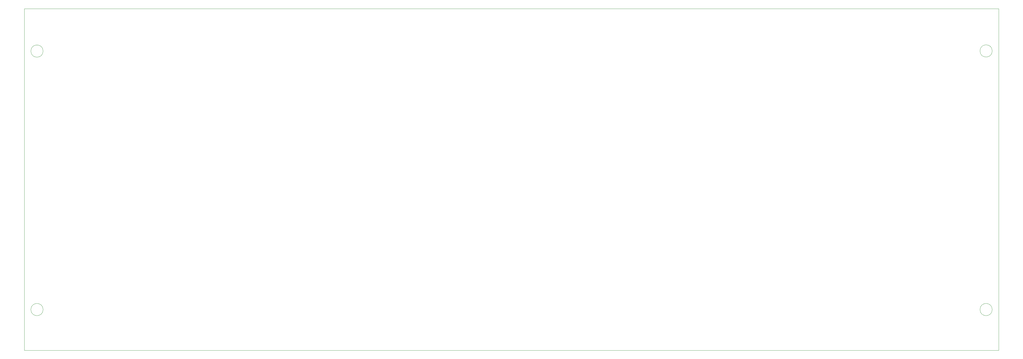
<source format=gbr>
%TF.GenerationSoftware,KiCad,Pcbnew,9.0.2*%
%TF.CreationDate,2025-07-08T20:46:09+02:00*%
%TF.ProjectId,aircond,61697263-6f6e-4642-9e6b-696361645f70,rev?*%
%TF.SameCoordinates,Original*%
%TF.FileFunction,Profile,NP*%
%FSLAX46Y46*%
G04 Gerber Fmt 4.6, Leading zero omitted, Abs format (unit mm)*
G04 Created by KiCad (PCBNEW 9.0.2) date 2025-07-08 20:46:09*
%MOMM*%
%LPD*%
G01*
G04 APERTURE LIST*
%TA.AperFunction,Profile*%
%ADD10C,0.050000*%
%TD*%
G04 APERTURE END LIST*
D10*
X51950000Y-82300000D02*
X374300000Y-82300000D01*
X374300000Y-195550000D01*
X51950000Y-195550000D01*
X51950000Y-82300000D01*
X58124846Y-182025154D02*
G75*
G02*
X54075154Y-182025154I-2024846J0D01*
G01*
X54075154Y-182025154D02*
G75*
G02*
X58124846Y-182025154I2024846J0D01*
G01*
X372174846Y-182025154D02*
G75*
G02*
X368125154Y-182025154I-2024846J0D01*
G01*
X368125154Y-182025154D02*
G75*
G02*
X372174846Y-182025154I2024846J0D01*
G01*
X372174846Y-96325154D02*
G75*
G02*
X368125154Y-96325154I-2024846J0D01*
G01*
X368125154Y-96325154D02*
G75*
G02*
X372174846Y-96325154I2024846J0D01*
G01*
X58124846Y-96375154D02*
G75*
G02*
X54075154Y-96375154I-2024846J0D01*
G01*
X54075154Y-96375154D02*
G75*
G02*
X58124846Y-96375154I2024846J0D01*
G01*
M02*

</source>
